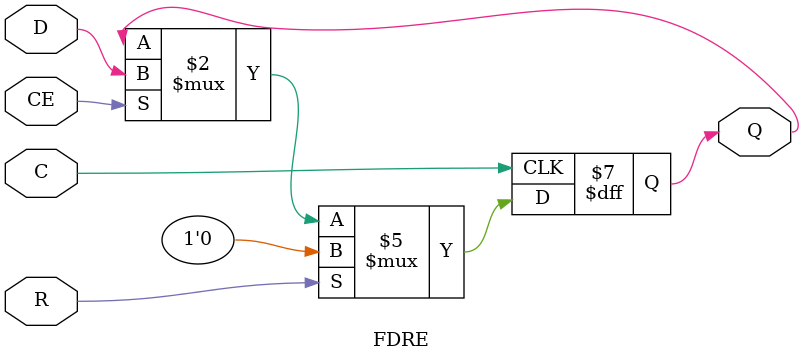
<source format=v>

/*

FUNCTION    : D-FLIP-FLOP with sync reset and clock enable

*/

`celldefine
`timescale  100 ps / 10 ps

module FDRE (Q, C, CE, D, R);

    parameter INIT = 1'b0;

    output Q;
    reg    Q;

    input  C, CE, D, R;

    always @(posedge C)
        if (R)
        Q <= 0;
        else if (CE)
        Q <= D;

endmodule

</source>
